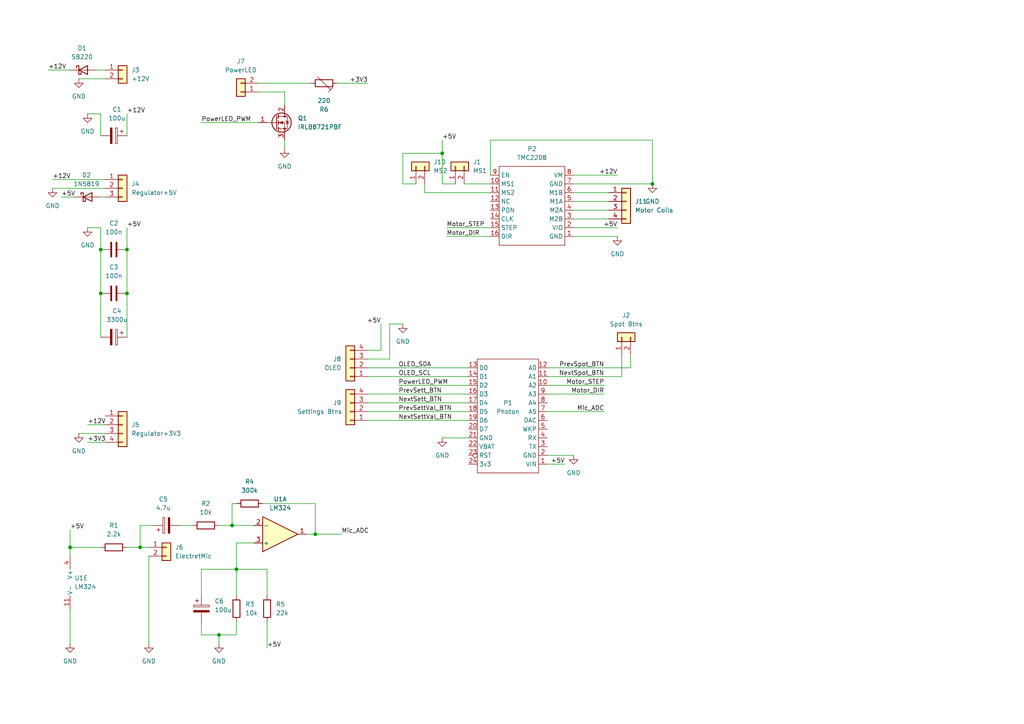
<source format=kicad_sch>
(kicad_sch (version 20211123) (generator eeschema)
  (paper "A4")
  (lib_symbols
    (symbol "Amplifier_Operational:LM324" (pin_names (offset 0.127))
      (property "Reference" "U" (at 0 5.08 0))
      (property "Value" "LM324" (at 0 -5.08 0))
      (symbol "LM324_1_1"
        (polyline (pts (xy -5.08 5.08) (xy 5.08 0) (xy -5.08 -5.08) (xy -5.08 5.08)) (stroke (width 0.254)) (fill (type background)))
        (pin output line (at 7.62 0 180) (length 2.54) (name "~") (number "1"))
        (pin input line (at -7.62 -2.54 0) (length 2.54) (name "-") (number "2"))
        (pin input line (at -7.62 2.54 0) (length 2.54) (name "+") (number "3"))
      )
      (symbol "LM324_2_1"
        (polyline (pts (xy -5.08 5.08) (xy 5.08 0) (xy -5.08 -5.08) (xy -5.08 5.08)) (stroke (width 0.254)) (fill (type background)))
        (pin input line (at -7.62 2.54 0) (length 2.54) (name "+") (number "5"))
        (pin input line (at -7.62 -2.54 0) (length 2.54) (name "-") (number "6"))
        (pin output line (at 7.62 0 180) (length 2.54) (name "~") (number "7"))
      )
      (symbol "LM324_3_1"
        (polyline (pts (xy -5.08 5.08) (xy 5.08 0) (xy -5.08 -5.08) (xy -5.08 5.08)) (stroke (width 0.254)) (fill (type background)))
        (pin input line (at -7.62 2.54 0) (length 2.54) (name "+") (number "10"))
        (pin output line (at 7.62 0 180) (length 2.54) (name "~") (number "8"))
        (pin input line (at -7.62 -2.54 0) (length 2.54) (name "-") (number "9"))
      )
      (symbol "LM324_4_1"
        (polyline (pts (xy -5.08 5.08) (xy 5.08 0) (xy -5.08 -5.08) (xy -5.08 5.08)) (stroke (width 0.254)) (fill (type background)))
        (pin input line (at -7.62 2.54 0) (length 2.54) (name "+") (number "12"))
        (pin input line (at -7.62 -2.54 0) (length 2.54) (name "-") (number "13"))
        (pin output line (at 7.62 0 180) (length 2.54) (name "~") (number "14"))
      )
      (symbol "LM324_5_1"
        (pin power_in line (at -2.54 -7.62 90) (length 3.81) (name "V-") (number "11"))
        (pin power_in line (at -2.54 7.62 270) (length 3.81) (name "V+") (number "4"))
      )
    )
    (symbol "Connector_Generic:Conn_01x02" (pin_names (offset 1.016) hide)
      (property "Reference" "J" (at 0 2.54 0))
      (property "Value" "Conn_01x02" (at 0 -5.08 0))
      (symbol "Conn_01x02_1_1"
        (rectangle (start -1.27 -2.413) (end 0 -2.667) (stroke (width 0.1524)))
        (rectangle (start -1.27 0.127) (end 0 -0.127) (stroke (width 0.1524)))
        (rectangle (start -1.27 1.27) (end 1.27 -3.81) (stroke (width 0.254)) (fill (type background)))
        (pin passive line (at -5.08 0 0) (length 3.81) (name "Pin_1") (number "1"))
        (pin passive line (at -5.08 -2.54 0) (length 3.81) (name "Pin_2") (number "2"))
      )
    )
    (symbol "Connector_Generic:Conn_01x03" (pin_names (offset 1.016) hide)
      (property "Reference" "J" (at 0 5.08 0))
      (property "Value" "Conn_01x03" (at 0 -5.08 0))
      (symbol "Conn_01x03_1_1"
        (rectangle (start -1.27 -2.413) (end 0 -2.667) (stroke (width 0.1524)))
        (rectangle (start -1.27 0.127) (end 0 -0.127) (stroke (width 0.1524)))
        (rectangle (start -1.27 2.667) (end 0 2.413) (stroke (width 0.1524)))
        (rectangle (start -1.27 3.81) (end 1.27 -3.81) (stroke (width 0.254)) (fill (type background)))
        (pin passive line (at -5.08 2.54 0) (length 3.81) (name "Pin_1") (number "1"))
        (pin passive line (at -5.08 0 0) (length 3.81) (name "Pin_2") (number "2"))
        (pin passive line (at -5.08 -2.54 0) (length 3.81) (name "Pin_3") (number "3"))
      )
    )
    (symbol "Connector_Generic:Conn_01x04" (pin_names (offset 1.016) hide)
      (property "Reference" "J" (at 0 5.08 0))
      (property "Value" "Conn_01x04" (at 0 -7.62 0))
      (symbol "Conn_01x04_1_1"
        (rectangle (start -1.27 -4.953) (end 0 -5.207) (stroke (width 0.1524)))
        (rectangle (start -1.27 -2.413) (end 0 -2.667) (stroke (width 0.1524)))
        (rectangle (start -1.27 0.127) (end 0 -0.127) (stroke (width 0.1524)))
        (rectangle (start -1.27 2.667) (end 0 2.413) (stroke (width 0.1524)))
        (rectangle (start -1.27 3.81) (end 1.27 -6.35) (stroke (width 0.254)) (fill (type background)))
        (pin passive line (at -5.08 2.54 0) (length 3.81) (name "Pin_1") (number "1"))
        (pin passive line (at -5.08 0 0) (length 3.81) (name "Pin_2") (number "2"))
        (pin passive line (at -5.08 -2.54 0) (length 3.81) (name "Pin_3") (number "3"))
        (pin passive line (at -5.08 -5.08 0) (length 3.81) (name "Pin_4") (number "4"))
      )
    )
    (symbol "Device:C" (pin_numbers hide) (pin_names (offset 0.254))
      (property "Reference" "C" (at 0.635 2.54 0))
      (property "Value" "C" (at 0.635 -2.54 0))
      (symbol "C_0_1"
        (polyline (pts (xy -2.032 -0.762) (xy 2.032 -0.762)) (stroke (width 0.508)))
        (polyline (pts (xy -2.032 0.762) (xy 2.032 0.762)) (stroke (width 0.508)))
      )
      (symbol "C_1_1"
        (pin passive line (at 0 3.81 270) (length 2.794) (name "~") (number "1"))
        (pin passive line (at 0 -3.81 90) (length 2.794) (name "~") (number "2"))
      )
    )
    (symbol "Device:C_Polarized" (pin_numbers hide) (pin_names (offset 0.254))
      (property "Reference" "C" (at 0.635 2.54 0))
      (property "Value" "C_Polarized" (at 0.635 -2.54 0))
      (symbol "C_Polarized_0_1"
        (rectangle (start -2.286 0.508) (end 2.286 1.016))
        (polyline (pts (xy -1.778 2.286) (xy -0.762 2.286)))
        (polyline (pts (xy -1.27 2.794) (xy -1.27 1.778)))
        (rectangle (start 2.286 -0.508) (end -2.286 -1.016) (fill (type outline)))
      )
      (symbol "C_Polarized_1_1"
        (pin passive line (at 0 3.81 270) (length 2.794) (name "~") (number "1"))
        (pin passive line (at 0 -3.81 90) (length 2.794) (name "~") (number "2"))
      )
    )
    (symbol "Device:R" (pin_numbers hide) (pin_names (offset 0))
      (property "Reference" "R" (at 2.032 0 90))
      (property "Value" "R" (at 0 0 90))
      (symbol "R_0_1"
        (rectangle (start -1.016 -2.54) (end 1.016 2.54) (stroke (width 0.254)))
      )
      (symbol "R_1_1"
        (pin passive line (at 0 3.81 270) (length 1.27) (name "~") (number "1"))
        (pin passive line (at 0 -3.81 90) (length 1.27) (name "~") (number "2"))
      )
    )
    (symbol "Device:R_Trim" (pin_numbers hide) (pin_names (offset 0))
      (property "Reference" "R" (at 2.54 -2.54 90))
      (property "Value" "R_Trim" (at -2.54 -0.635 90))
      (symbol "R_Trim_0_1"
        (rectangle (start -1.016 -2.54) (end 1.016 2.54) (stroke (width 0.254)))
        (polyline (pts (xy -1.905 -1.905) (xy 1.905 1.905) (xy 2.54 1.27) (xy 1.27 2.54)))
      )
      (symbol "R_Trim_1_1"
        (pin passive line (at 0 3.81 270) (length 1.27) (name "~") (number "1"))
        (pin passive line (at 0 -3.81 90) (length 1.27) (name "~") (number "2"))
      )
    )
    (symbol "Diode:1N5819" (pin_numbers hide) (pin_names (offset 1.016) hide)
      (property "Reference" "D" (at 0 2.54 0))
      (property "Value" "1N5819" (at 0 -2.54 0))
      (symbol "1N5819_0_1"
        (polyline (pts (xy 1.27 0) (xy -1.27 0)))
        (polyline (pts (xy 1.27 1.27) (xy 1.27 -1.27) (xy -1.27 0) (xy 1.27 1.27)) (stroke (width 0.254)))
        (polyline (pts (xy -1.905 0.635) (xy -1.905 1.27) (xy -1.27 1.27) (xy -1.27 -1.27) (xy -0.635 -1.27) (xy -0.635 -0.635)) (stroke (width 0.254)))
      )
      (symbol "1N5819_1_1"
        (pin passive line (at -3.81 0 0) (length 2.54) (name "K") (number "1"))
        (pin passive line (at 3.81 0 180) (length 2.54) (name "A") (number "2"))
      )
    )
    (symbol "Diode:SB120" (pin_numbers hide) (pin_names (offset 1.016) hide)
      (property "Reference" "D" (at 0 2.54 0))
      (property "Value" "SB120" (at 0 -2.54 0))
      (symbol "SB120_0_1"
        (polyline (pts (xy 1.27 0) (xy -1.27 0)))
        (polyline (pts (xy 1.27 1.27) (xy 1.27 -1.27) (xy -1.27 0) (xy 1.27 1.27)) (stroke (width 0.254)))
        (polyline (pts (xy -1.905 0.635) (xy -1.905 1.27) (xy -1.27 1.27) (xy -1.27 -1.27) (xy -0.635 -1.27) (xy -0.635 -0.635)) (stroke (width 0.254)))
      )
      (symbol "SB120_1_1"
        (pin passive line (at -3.81 0 0) (length 2.54) (name "K") (number "1"))
        (pin passive line (at 3.81 0 180) (length 2.54) (name "A") (number "2"))
      )
    )
    (symbol "SpotlightLibrary:Photon"
      (property "Reference" "P" (at 0 0 0))
      (property "Value" "Photon" (at 0 2.54 0))
      (symbol "Photon_0_1"
        (rectangle (start -8.89 16.51) (end 8.89 -16.51))
      )
      (symbol "Photon_1_1"
        (pin input line (at 11.43 -13.97 180) (length 2.54) (name "VIN") (number "1"))
        (pin bidirectional line (at 11.43 8.89 180) (length 2.54) (name "A2") (number "10"))
        (pin bidirectional line (at 11.43 11.43 180) (length 2.54) (name "A1") (number "11"))
        (pin bidirectional line (at 11.43 13.97 180) (length 2.54) (name "A0") (number "12"))
        (pin bidirectional line (at -11.43 13.97 0) (length 2.54) (name "D0") (number "13"))
        (pin bidirectional line (at -11.43 11.43 0) (length 2.54) (name "D1") (number "14"))
        (pin bidirectional line (at -11.43 8.89 0) (length 2.54) (name "D2") (number "15"))
        (pin bidirectional line (at -11.43 6.35 0) (length 2.54) (name "D3") (number "16"))
        (pin bidirectional line (at -11.43 3.81 0) (length 2.54) (name "D4") (number "17"))
        (pin bidirectional line (at -11.43 1.27 0) (length 2.54) (name "D5") (number "18"))
        (pin bidirectional line (at -11.43 -1.27 0) (length 2.54) (name "D6") (number "19"))
        (pin output line (at 11.43 -11.43 180) (length 2.54) (name "GND") (number "2"))
        (pin bidirectional line (at -11.43 -3.81 0) (length 2.54) (name "D7") (number "20"))
        (pin output line (at -11.43 -6.35 0) (length 2.54) (name "GND") (number "21"))
        (pin input line (at -11.43 -8.89 0) (length 2.54) (name "VBAT") (number "22"))
        (pin input inverted (at -11.43 -11.43 0) (length 2.54) (name "RST") (number "23"))
        (pin input line (at -11.43 -13.97 0) (length 2.54) (name "3v3") (number "24"))
        (pin bidirectional line (at 11.43 -8.89 180) (length 2.54) (name "TX") (number "3"))
        (pin bidirectional line (at 11.43 -6.35 180) (length 2.54) (name "RX") (number "4"))
        (pin bidirectional line (at 11.43 -3.81 180) (length 2.54) (name "WKP") (number "5"))
        (pin bidirectional line (at 11.43 -1.27 180) (length 2.54) (name "DAC") (number "6"))
        (pin bidirectional line (at 11.43 1.27 180) (length 2.54) (name "A5") (number "7"))
        (pin bidirectional line (at 11.43 3.81 180) (length 2.54) (name "A4") (number "8"))
        (pin bidirectional line (at 11.43 6.35 180) (length 2.54) (name "A3") (number "9"))
      )
    )
    (symbol "SpotlightLibrary:TMC2208"
      (property "Reference" "P" (at 0 -2.54 0))
      (property "Value" "TMC2208" (at 0 0 0))
      (symbol "TMC2208_0_1"
        (rectangle (start -8.89 11.43) (end 10.16 -11.43))
      )
      (symbol "TMC2208_1_1"
        (pin output line (at 12.7 -8.89 180) (length 2.54) (name "GND") (number "1"))
        (pin input line (at -11.43 6.35 0) (length 2.54) (name "MS1") (number "10"))
        (pin input line (at -11.43 3.81 0) (length 2.54) (name "MS2") (number "11"))
        (pin free line (at -11.43 1.27 0) (length 2.54) (name "NC") (number "12"))
        (pin input line (at -11.43 -1.27 0) (length 2.54) (name "PDN") (number "13"))
        (pin input line (at -11.43 -3.81 0) (length 2.54) (name "CLK") (number "14"))
        (pin input line (at -11.43 -6.35 0) (length 2.54) (name "STEP") (number "15"))
        (pin input line (at -11.43 -8.89 0) (length 2.54) (name "DIR") (number "16"))
        (pin input line (at 12.7 -6.35 180) (length 2.54) (name "VIO") (number "2"))
        (pin power_out line (at 12.7 -3.81 180) (length 2.54) (name "M2B") (number "3"))
        (pin power_out line (at 12.7 -1.27 180) (length 2.54) (name "M2A") (number "4"))
        (pin power_out line (at 12.7 1.27 180) (length 2.54) (name "M1A") (number "5"))
        (pin power_out line (at 12.7 3.81 180) (length 2.54) (name "M1B") (number "6"))
        (pin output line (at 12.7 6.35 180) (length 2.54) (name "GND") (number "7"))
        (pin power_in line (at 12.7 8.89 180) (length 2.54) (name "VM") (number "8"))
        (pin input line (at -11.43 8.89 0) (length 2.54) (name "EN") (number "9"))
      )
    )
    (symbol "Transistor_FET:IRLB8721PBF" (pin_names hide)
      (property "Reference" "Q" (at 6.35 1.905 0))
      (property "Value" "IRLB8721PBF" (at 6.35 0 0))
      (symbol "IRLB8721PBF_0_1"
        (polyline (pts (xy 0.254 0) (xy -2.54 0)))
        (polyline (pts (xy 0.254 1.905) (xy 0.254 -1.905)) (stroke (width 0.254)))
        (polyline (pts (xy 0.762 -1.27) (xy 0.762 -2.286)) (stroke (width 0.254)))
        (polyline (pts (xy 0.762 0.508) (xy 0.762 -0.508)) (stroke (width 0.254)))
        (polyline (pts (xy 0.762 2.286) (xy 0.762 1.27)) (stroke (width 0.254)))
        (polyline (pts (xy 2.54 2.54) (xy 2.54 1.778)))
        (polyline (pts (xy 2.54 -2.54) (xy 2.54 0) (xy 0.762 0)))
        (polyline (pts (xy 0.762 -1.778) (xy 3.302 -1.778) (xy 3.302 1.778) (xy 0.762 1.778)))
        (polyline (pts (xy 1.016 0) (xy 2.032 0.381) (xy 2.032 -0.381) (xy 1.016 0)) (fill (type outline)))
        (polyline (pts (xy 2.794 0.508) (xy 2.921 0.381) (xy 3.683 0.381) (xy 3.81 0.254)))
        (polyline (pts (xy 3.302 0.381) (xy 2.921 -0.254) (xy 3.683 -0.254) (xy 3.302 0.381)))
        (circle (center 1.651 0) (radius 2.794) (stroke (width 0.254)))
        (circle (center 2.54 -1.778) (radius 0.254) (fill (type outline)))
        (circle (center 2.54 1.778) (radius 0.254) (fill (type outline)))
      )
      (symbol "IRLB8721PBF_1_1"
        (pin input line (at -5.08 0 0) (length 2.54) (name "G") (number "1"))
        (pin passive line (at 2.54 5.08 270) (length 2.54) (name "D") (number "2"))
        (pin passive line (at 2.54 -5.08 90) (length 2.54) (name "S") (number "3"))
      )
    )
    (symbol "power:GND" (power) (pin_names (offset 0))
      (property "Value" "GND" (at 0 -3.81 0))
      (symbol "GND_0_1"
        (polyline (pts (xy 0 0) (xy 0 -1.27) (xy 1.27 -1.27) (xy 0 -2.54) (xy -1.27 -1.27) (xy 0 -1.27)))
      )
      (symbol "GND_1_1"
        (pin power_in line (at 0 0 270) (length 0) hide (name "GND") (number "1"))
      )
    )
  )
  (junction (at 29.21 85.09))
  (junction (at 20.32 158.75))
  (junction (at 29.21 72.39))
  (junction (at 40.64 158.75))
  (junction (at 91.44 154.94))
  (junction (at 63.5 184.15))
  (junction (at 36.83 85.09))
  (junction (at 128.27 44.45))
  (junction (at 67.31 152.4))
  (junction (at 68.58 165.1))
  (junction (at 36.83 72.39))
  (junction (at 189.23 53.34))
  (wire (pts (xy 116.84 93.98) (xy 113.03 93.98)))
  (wire (pts (xy 158.75 106.68) (xy 182.88 106.68)))
  (wire (pts (xy 22.86 125.73) (xy 30.48 125.73)))
  (wire (pts (xy 68.58 146.05) (xy 67.31 146.05)))
  (wire (pts (xy 116.84 44.45) (xy 128.27 44.45)))
  (wire (pts (xy 128.27 44.45) (xy 128.27 40.64)))
  (wire (pts (xy 182.88 102.87) (xy 182.88 106.68)))
  (wire (pts (xy 36.83 85.09) (xy 36.83 97.79)))
  (wire (pts (xy 36.83 66.04) (xy 36.83 72.39)))
  (wire (pts (xy 106.68 24.13) (xy 97.79 24.13)))
  (wire (pts (xy 113.03 93.98) (xy 113.03 104.14)))
  (wire (pts (xy 158.75 109.22) (xy 180.34 109.22)))
  (wire (pts (xy 29.21 39.37) (xy 29.21 33.02)))
  (wire (pts (xy 68.58 165.1) (xy 68.58 172.72)))
  (wire (pts (xy 67.31 146.05) (xy 67.31 152.4)))
  (wire (pts (xy 132.08 53.34) (xy 128.27 53.34)))
  (wire (pts (xy 36.83 72.39) (xy 36.83 85.09)))
  (wire (pts (xy 74.93 26.67) (xy 82.55 26.67)))
  (wire (pts (xy 189.23 40.64) (xy 189.23 53.34)))
  (wire (pts (xy 128.27 127) (xy 135.89 127)))
  (wire (pts (xy 58.42 165.1) (xy 68.58 165.1)))
  (wire (pts (xy 110.49 101.6) (xy 106.68 101.6)))
  (wire (pts (xy 68.58 180.34) (xy 68.58 184.15)))
  (wire (pts (xy 88.9 154.94) (xy 91.44 154.94)))
  (wire (pts (xy 115.57 111.76) (xy 135.89 111.76)))
  (wire (pts (xy 22.86 22.86) (xy 30.48 22.86)))
  (wire (pts (xy 106.68 109.22) (xy 135.89 109.22)))
  (wire (pts (xy 106.68 106.68) (xy 135.89 106.68)))
  (wire (pts (xy 129.54 68.58) (xy 142.24 68.58)))
  (wire (pts (xy 29.21 85.09) (xy 29.21 97.79)))
  (wire (pts (xy 116.84 53.34) (xy 116.84 44.45)))
  (wire (pts (xy 110.49 93.98) (xy 110.49 101.6)))
  (wire (pts (xy 63.5 184.15) (xy 58.42 184.15)))
  (wire (pts (xy 166.37 68.58) (xy 179.07 68.58)))
  (wire (pts (xy 15.24 52.07) (xy 30.48 52.07)))
  (wire (pts (xy 106.68 116.84) (xy 135.89 116.84)))
  (wire (pts (xy 180.34 102.87) (xy 180.34 109.22)))
  (wire (pts (xy 20.32 158.75) (xy 29.21 158.75)))
  (wire (pts (xy 17.78 57.15) (xy 21.59 57.15)))
  (wire (pts (xy 128.27 53.34) (xy 128.27 44.45)))
  (wire (pts (xy 58.42 172.72) (xy 58.42 165.1)))
  (wire (pts (xy 113.03 104.14) (xy 106.68 104.14)))
  (wire (pts (xy 44.45 152.4) (xy 40.64 152.4)))
  (wire (pts (xy 25.4 128.27) (xy 30.48 128.27)))
  (wire (pts (xy 158.75 132.08) (xy 166.37 132.08)))
  (wire (pts (xy 68.58 157.48) (xy 73.66 157.48)))
  (wire (pts (xy 67.31 152.4) (xy 73.66 152.4)))
  (wire (pts (xy 123.19 55.88) (xy 123.19 53.34)))
  (wire (pts (xy 36.83 158.75) (xy 40.64 158.75)))
  (wire (pts (xy 166.37 50.8) (xy 179.07 50.8)))
  (wire (pts (xy 106.68 114.3) (xy 135.89 114.3)))
  (wire (pts (xy 77.47 172.72) (xy 77.47 165.1)))
  (wire (pts (xy 29.21 57.15) (xy 30.48 57.15)))
  (wire (pts (xy 29.21 72.39) (xy 29.21 85.09)))
  (wire (pts (xy 40.64 152.4) (xy 40.64 158.75)))
  (wire (pts (xy 63.5 152.4) (xy 67.31 152.4)))
  (wire (pts (xy 15.24 54.61) (xy 30.48 54.61)))
  (wire (pts (xy 142.24 40.64) (xy 189.23 40.64)))
  (wire (pts (xy 176.53 60.96) (xy 166.37 60.96)))
  (wire (pts (xy 176.53 63.5) (xy 166.37 63.5)))
  (wire (pts (xy 82.55 26.67) (xy 82.55 30.48)))
  (wire (pts (xy 68.58 165.1) (xy 68.58 157.48)))
  (wire (pts (xy 20.32 153.67) (xy 20.32 158.75)))
  (wire (pts (xy 25.4 123.19) (xy 30.48 123.19)))
  (wire (pts (xy 158.75 111.76) (xy 175.26 111.76)))
  (wire (pts (xy 176.53 58.42) (xy 166.37 58.42)))
  (wire (pts (xy 58.42 35.56) (xy 74.93 35.56)))
  (wire (pts (xy 158.75 114.3) (xy 175.26 114.3)))
  (wire (pts (xy 91.44 146.05) (xy 91.44 154.94)))
  (wire (pts (xy 166.37 53.34) (xy 189.23 53.34)))
  (wire (pts (xy 76.2 146.05) (xy 91.44 146.05)))
  (wire (pts (xy 90.17 24.13) (xy 74.93 24.13)))
  (wire (pts (xy 77.47 165.1) (xy 68.58 165.1)))
  (wire (pts (xy 91.44 154.94) (xy 99.06 154.94)))
  (wire (pts (xy 63.5 186.69) (xy 63.5 184.15)))
  (wire (pts (xy 129.54 66.04) (xy 142.24 66.04)))
  (wire (pts (xy 27.94 20.32) (xy 30.48 20.32)))
  (wire (pts (xy 52.07 152.4) (xy 55.88 152.4)))
  (wire (pts (xy 40.64 158.75) (xy 43.18 158.75)))
  (wire (pts (xy 29.21 33.02) (xy 25.4 33.02)))
  (wire (pts (xy 106.68 119.38) (xy 135.89 119.38)))
  (wire (pts (xy 142.24 50.8) (xy 142.24 40.64)))
  (wire (pts (xy 120.65 53.34) (xy 116.84 53.34)))
  (wire (pts (xy 158.75 134.62) (xy 163.83 134.62)))
  (wire (pts (xy 77.47 180.34) (xy 77.47 187.96)))
  (wire (pts (xy 142.24 55.88) (xy 123.19 55.88)))
  (wire (pts (xy 20.32 158.75) (xy 20.32 161.29)))
  (wire (pts (xy 58.42 184.15) (xy 58.42 180.34)))
  (wire (pts (xy 25.4 66.04) (xy 29.21 66.04)))
  (wire (pts (xy 29.21 66.04) (xy 29.21 72.39)))
  (wire (pts (xy 43.18 161.29) (xy 43.18 186.69)))
  (wire (pts (xy 106.68 121.92) (xy 135.89 121.92)))
  (wire (pts (xy 82.55 40.64) (xy 82.55 43.18)))
  (wire (pts (xy 68.58 184.15) (xy 63.5 184.15)))
  (wire (pts (xy 176.53 55.88) (xy 166.37 55.88)))
  (wire (pts (xy 20.32 176.53) (xy 20.32 186.69)))
  (wire (pts (xy 36.83 33.02) (xy 36.83 39.37)))
  (wire (pts (xy 158.75 119.38) (xy 175.26 119.38)))
  (wire (pts (xy 13.97 20.32) (xy 20.32 20.32)))
  (wire (pts (xy 166.37 66.04) (xy 179.07 66.04)))
  (wire (pts (xy 134.62 53.34) (xy 142.24 53.34)))
  (label "+5V" (at 110.49 93.98 180))
  (label "PowerLED_PWM" (at 58.42 35.56 0))
  (label "PowerLED_PWM" (at 115.57 111.76 0))
  (label "+5V" (at 77.47 187.96 0))
  (label "+5V" (at 36.83 66.04 0))
  (label "NextSett_BTN" (at 115.57 116.84 0))
  (label "Motor_DIR" (at 175.26 114.3 180))
  (label "+12V" (at 15.24 52.07 0))
  (label "+3V3" (at 106.68 24.13 180))
  (label "OLED_SCL" (at 115.57 109.22 0))
  (label "+12V" (at 179.07 50.8 180))
  (label "Motor_STEP" (at 129.54 66.04 0))
  (label "Mic_ADC" (at 99.06 154.94 0))
  (label "+3V3" (at 25.4 128.27 0))
  (label "NextSettVal_BTN" (at 115.57 121.92 0))
  (label "+12V" (at 13.97 20.32 0))
  (label "Mic_ADC" (at 175.26 119.38 180))
  (label "+5V" (at 17.78 57.15 0))
  (label "PrevSett_BTN" (at 115.57 114.3 0))
  (label "NextSpot_BTN" (at 175.26 109.22 180))
  (label "PrevSpot_BTN" (at 175.26 106.68 180))
  (label "+5V" (at 163.83 134.62 180))
  (label "Motor_DIR" (at 129.54 68.58 0))
  (label "+12V" (at 36.83 33.02 0))
  (label "OLED_SDA" (at 115.57 106.68 0))
  (label "Motor_STEP" (at 175.26 111.76 180))
  (label "+5V" (at 179.07 66.04 180))
  (label "PrevSettVal_BTN" (at 115.57 119.38 0))
  (label "+5V" (at 128.27 40.64 0))
  (label "+5V" (at 20.32 153.67 0))
  (label "+12V" (at 25.4 123.19 0))
  (symbol (lib_id "Device:R") (at 59.69 152.4 90) (unit 1)
    (property "Reference" "R2" (at 59.69 146.05 90))
    (property "Value" "10k" (at 59.69 148.59 90))
    (property "Footprint" "Resistor_THT:R_Axial_DIN0204_L3.6mm_D1.6mm_P7.62mm_Horizontal" (effects hide))
  )
  (symbol (lib_id "Diode:1N5819") (at 25.4 57.15 0) (unit 1)
    (property "Reference" "D2" (at 25.0825 50.8 0))
    (property "Value" "1N5819" (at 25.0825 53.34 0))
    (property "Footprint" "Diode_THT:D_DO-41_SOD81_P10.16mm_Horizontal" (effects hide))
    (property "Datasheet" "http://www.vishay.com/docs/88525/1n5817.pdf" (effects hide))
  )
  (symbol (lib_id "power:GND") (at 166.37 132.08 0) (unit 1)
    (property "Reference" "#PWR0112" (effects hide))
    (property "Value" "GND" (at 166.37 137.16 0))
  )
  (symbol (lib_id "power:GND") (at 82.55 43.18 0) (unit 1)
    (property "Reference" "#PWR0110" (effects hide))
    (property "Value" "GND" (at 82.55 48.26 0))
  )
  (symbol (lib_id "Connector_Generic:Conn_01x04") (at 35.56 123.19 0) (unit 1)
    (property "Reference" "J5" (at 38.1 123.1899 0) (effects (justify left)))
    (property "Value" "Regulator+3V3" (at 38.1 125.7299 0) (effects (justify left)))
    (property "Footprint" "Connector_PinHeader_2.54mm:PinHeader_1x04_P2.54mm_Vertical" (effects hide))
  )
  (symbol (lib_id "Connector_Generic:Conn_01x02") (at 180.34 97.79 90) (unit 1)
    (property "Reference" "J2" (at 181.61 91.44 90))
    (property "Value" "Spot Btns" (at 181.61 93.98 90))
    (property "Footprint" "Connector_PinHeader_2.54mm:PinHeader_1x02_P2.54mm_Horizontal" (effects hide))
  )
  (symbol (lib_id "power:GND") (at 20.32 186.69 0) (unit 1)
    (property "Reference" "#PWR0108" (effects hide))
    (property "Value" "GND" (at 20.32 191.77 0))
  )
  (symbol (lib_id "Amplifier_Operational:LM324") (at 81.28 154.94 0) (mirror x) (unit 1)
    (property "Reference" "U1" (at 81.28 144.78 0))
    (property "Value" "LM324" (at 81.28 147.32 0))
    (property "Footprint" "Package_DIP:DIP-14_W7.62mm_LongPads" (effects hide))
    (property "Datasheet" "http://www.ti.com/lit/ds/symlink/lm2902-n.pdf" (effects hide))
  )
  (symbol (lib_id "SpotlightLibrary:Photon") (at 147.32 120.65 0) (unit 1)
    (property "Reference" "P1" (at 147.32 116.84 0))
    (property "Value" "Photon" (at 147.32 119.38 0))
    (property "Footprint" "SpotlightFootprints:ParticlePhoton" (effects hide))
  )
  (symbol (lib_id "Device:R_Trim") (at 93.98 24.13 270) (unit 1)
    (property "Reference" "R6" (at 93.98 31.75 90))
    (property "Value" "220" (at 93.98 29.21 90))
    (property "Footprint" "Potentiometer_THT:Potentiometer_Piher_PT-10-V05_Vertical" (effects hide))
  )
  (symbol (lib_id "Amplifier_Operational:LM324") (at 22.86 168.91 0) (unit 5)
    (property "Reference" "U1" (at 21.59 167.6399 0) (effects (justify left)))
    (property "Value" "LM324" (at 21.59 170.1799 0) (effects (justify left)))
    (property "Footprint" "Package_DIP:DIP-14_W7.62mm_LongPads" (effects hide))
    (property "Datasheet" "http://www.ti.com/lit/ds/symlink/lm2902-n.pdf" (effects hide))
  )
  (symbol (lib_id "Device:C_Polarized") (at 33.02 97.79 270) (unit 1)
    (property "Reference" "C4" (at 33.909 90.17 90))
    (property "Value" "3300u" (at 33.909 92.71 90))
    (property "Footprint" "Capacitor_THT:CP_Radial_D10.0mm_P5.00mm" (effects hide))
  )
  (symbol (lib_id "Connector_Generic:Conn_01x02") (at 132.08 48.26 90) (unit 1)
    (property "Reference" "J1" (at 137.16 46.9899 90) (effects (justify right)))
    (property "Value" "MS1" (at 137.16 49.5299 90) (effects (justify right)))
    (property "Footprint" "Connector_PinHeader_2.54mm:PinHeader_1x02_P2.54mm_Vertical" (effects hide))
  )
  (symbol (lib_id "Device:C_Polarized") (at 58.42 176.53 0) (unit 1)
    (property "Reference" "C6" (at 62.23 174.3709 0) (effects (justify left)))
    (property "Value" "100u" (at 62.23 176.9109 0) (effects (justify left)))
    (property "Footprint" "Capacitor_THT:CP_Radial_D5.0mm_P2.00mm" (effects hide))
  )
  (symbol (lib_id "Diode:SB120") (at 24.13 20.32 0) (unit 1)
    (property "Reference" "D1" (at 23.8125 13.97 0))
    (property "Value" "SB220" (at 23.8125 16.51 0))
    (property "Footprint" "Diode_THT:D_DO-41_SOD81_P10.16mm_Horizontal" (effects hide))
    (property "Datasheet" "http://www.diodes.com/_files/datasheets/ds23022.pdf" (effects hide))
  )
  (symbol (lib_id "Device:R") (at 33.02 158.75 90) (unit 1)
    (property "Reference" "R1" (at 33.02 152.4 90))
    (property "Value" "2.2k" (at 33.02 154.94 90))
    (property "Footprint" "Resistor_THT:R_Axial_DIN0204_L3.6mm_D1.6mm_P2.54mm_Vertical" (effects hide))
  )
  (symbol (lib_id "power:GND") (at 43.18 186.69 0) (unit 1)
    (property "Reference" "#PWR0107" (effects hide))
    (property "Value" "GND" (at 43.18 191.77 0))
  )
  (symbol (lib_id "Connector_Generic:Conn_01x04") (at 101.6 119.38 180) (unit 1)
    (property "Reference" "J9" (at 97.79 116.84 0))
    (property "Value" "Settings Btns" (at 92.71 119.38 0))
    (property "Footprint" "Connector_PinHeader_2.54mm:PinHeader_1x04_P2.54mm_Horizontal" (effects hide))
  )
  (symbol (lib_id "Connector_Generic:Conn_01x04") (at 181.61 58.42 0) (unit 1)
    (property "Reference" "J11" (at 184.15 58.4199 0) (effects (justify left)))
    (property "Value" "Motor Coils" (at 184.15 60.9599 0) (effects (justify left)))
    (property "Footprint" "Connector_PinHeader_2.54mm:PinHeader_1x04_P2.54mm_Horizontal" (effects hide))
  )
  (symbol (lib_id "Device:C_Polarized") (at 48.26 152.4 90) (unit 1)
    (property "Reference" "C5" (at 47.371 144.78 90))
    (property "Value" "4.7u" (at 47.371 147.32 90))
    (property "Footprint" "Capacitor_THT:CP_Radial_D5.0mm_P2.00mm" (effects hide))
  )
  (symbol (lib_id "Connector_Generic:Conn_01x03") (at 35.56 54.61 0) (unit 1)
    (property "Reference" "J4" (at 38.1 53.3399 0) (effects (justify left)))
    (property "Value" "Regulator+5V" (at 38.1 55.8799 0) (effects (justify left)))
    (property "Footprint" "Connector_PinHeader_2.54mm:PinHeader_1x03_P2.54mm_Vertical" (effects hide))
  )
  (symbol (lib_id "Device:C_Polarized") (at 33.02 39.37 270) (unit 1)
    (property "Reference" "C1" (at 33.909 31.75 90))
    (property "Value" "100u" (at 33.909 34.29 90))
    (property "Footprint" "Capacitor_THT:CP_Radial_D5.0mm_P2.00mm" (effects hide))
  )
  (symbol (lib_id "power:GND") (at 25.4 33.02 0) (unit 1)
    (property "Reference" "#PWR0102" (effects hide))
    (property "Value" "GND" (at 25.4 38.1 0))
  )
  (symbol (lib_id "Transistor_FET:IRLB8721PBF") (at 80.01 35.56 0) (unit 1)
    (property "Reference" "Q1" (at 86.36 34.2899 0) (effects (justify left)))
    (property "Value" "IRLB8721PBF" (at 86.36 36.8299 0) (effects (justify left)))
    (property "Footprint" "Package_TO_SOT_THT:TO-220-3_Vertical" (effects hide))
    (property "Datasheet" "http://www.infineon.com/dgdl/irlb8721pbf.pdf?fileId=5546d462533600a40153566056732591" (effects hide))
  )
  (symbol (lib_id "power:GND") (at 128.27 127 0) (unit 1)
    (property "Reference" "#PWR0101" (effects hide))
    (property "Value" "GND" (at 128.27 132.08 0))
  )
  (symbol (lib_id "SpotlightLibrary:TMC2208") (at 153.67 59.69 0) (unit 1)
    (property "Reference" "P2" (at 154.305 43.18 0))
    (property "Value" "TMC2208" (at 154.305 45.72 0))
    (property "Footprint" "SpotlightFootprints:TMC2208" (effects hide))
  )
  (symbol (lib_id "Connector_Generic:Conn_01x02") (at 120.65 48.26 90) (unit 1)
    (property "Reference" "J10" (at 125.73 46.9899 90) (effects (justify right)))
    (property "Value" "MS2" (at 125.73 49.5299 90) (effects (justify right)))
    (property "Footprint" "Connector_PinHeader_2.54mm:PinHeader_1x02_P2.54mm_Vertical" (effects hide))
  )
  (symbol (lib_id "power:GND") (at 25.4 66.04 0) (unit 1)
    (property "Reference" "#PWR0103" (effects hide))
    (property "Value" "GND" (at 25.4 71.12 0))
  )
  (symbol (lib_id "Connector_Generic:Conn_01x02") (at 35.56 20.32 0) (unit 1)
    (property "Reference" "J3" (at 38.1 20.3199 0) (effects (justify left)))
    (property "Value" "+12V" (at 38.1 22.8599 0) (effects (justify left)))
    (property "Footprint" "Connector_PinHeader_2.54mm:PinHeader_1x02_P2.54mm_Horizontal" (effects hide))
  )
  (symbol (lib_id "Device:R") (at 72.39 146.05 90) (unit 1)
    (property "Reference" "R4" (at 72.39 139.7 90))
    (property "Value" "300k" (at 72.39 142.24 90))
    (property "Footprint" "Resistor_THT:R_Axial_DIN0204_L3.6mm_D1.6mm_P2.54mm_Vertical" (effects hide))
  )
  (symbol (lib_id "Device:R") (at 77.47 176.53 180) (unit 1)
    (property "Reference" "R5" (at 80.01 175.2599 0) (effects (justify right)))
    (property "Value" "22k" (at 80.01 177.7999 0) (effects (justify right)))
    (property "Footprint" "Resistor_THT:R_Axial_DIN0204_L3.6mm_D1.6mm_P2.54mm_Vertical" (effects hide))
  )
  (symbol (lib_id "power:GND") (at 15.24 54.61 0) (unit 1)
    (property "Reference" "#PWR0104" (effects hide))
    (property "Value" "GND" (at 15.24 59.69 0))
  )
  (symbol (lib_id "power:GND") (at 22.86 125.73 0) (unit 1)
    (property "Reference" "#PWR0106" (effects hide))
    (property "Value" "GND" (at 22.86 130.81 0))
  )
  (symbol (lib_id "power:GND") (at 116.84 93.98 0) (unit 1)
    (property "Reference" "#PWR0105" (effects hide))
    (property "Value" "GND" (at 116.84 99.06 0))
  )
  (symbol (lib_id "power:GND") (at 63.5 186.69 0) (unit 1)
    (property "Reference" "#PWR0111" (effects hide))
    (property "Value" "GND" (at 63.5 191.77 0))
  )
  (symbol (lib_id "Connector_Generic:Conn_01x02") (at 48.26 158.75 0) (unit 1)
    (property "Reference" "J6" (at 50.8 158.7499 0) (effects (justify left)))
    (property "Value" "ElectretMic" (at 50.8 161.2899 0) (effects (justify left)))
    (property "Footprint" "Connector_PinHeader_2.54mm:PinHeader_1x02_P2.54mm_Horizontal" (effects hide))
  )
  (symbol (lib_id "power:GND") (at 22.86 22.86 0) (unit 1)
    (property "Reference" "#PWR0109" (effects hide))
    (property "Value" "GND" (at 22.86 27.94 0))
  )
  (symbol (lib_id "power:GND") (at 179.07 68.58 0) (unit 1)
    (property "Reference" "#PWR0114" (effects hide))
    (property "Value" "GND" (at 179.07 73.66 0))
  )
  (symbol (lib_id "Connector_Generic:Conn_01x04") (at 101.6 106.68 180) (unit 1)
    (property "Reference" "J8" (at 97.79 104.14 0))
    (property "Value" "OLED" (at 96.52 106.68 0))
    (property "Footprint" "Connector_PinHeader_2.54mm:PinHeader_1x04_P2.54mm_Horizontal" (effects hide))
  )
  (symbol (lib_id "power:GND") (at 189.23 53.34 0) (unit 1)
    (property "Reference" "#PWR0113" (effects hide))
    (property "Value" "GND" (at 189.23 58.42 0))
  )
  (symbol (lib_id "Device:C") (at 33.02 72.39 90) (unit 1)
    (property "Reference" "C2" (at 33.02 64.77 90))
    (property "Value" "100n" (at 33.02 67.31 90))
    (property "Footprint" "Capacitor_THT:C_Disc_D5.0mm_W2.5mm_P2.50mm" (effects hide))
  )
  (symbol (lib_id "Device:R") (at 68.58 176.53 180) (unit 1)
    (property "Reference" "R3" (at 71.12 175.2599 0) (effects (justify right)))
    (property "Value" "10k" (at 71.12 177.7999 0) (effects (justify right)))
    (property "Footprint" "Resistor_THT:R_Axial_DIN0204_L3.6mm_D1.6mm_P2.54mm_Vertical" (effects hide))
  )
  (symbol (lib_id "Device:C") (at 33.02 85.09 90) (unit 1)
    (property "Reference" "C3" (at 33.02 77.47 90))
    (property "Value" "100n" (at 33.02 80.01 90))
    (property "Footprint" "Capacitor_THT:C_Disc_D5.0mm_W2.5mm_P2.50mm" (effects hide))
  )
  (symbol (lib_id "Connector_Generic:Conn_01x02") (at 69.85 26.67 180) (unit 1)
    (property "Reference" "J7" (at 69.85 17.78 0))
    (property "Value" "PowerLED" (at 69.85 20.32 0))
    (property "Footprint" "Connector_PinHeader_2.54mm:PinHeader_1x02_P2.54mm_Horizontal" (effects hide))
  )
)
</source>
